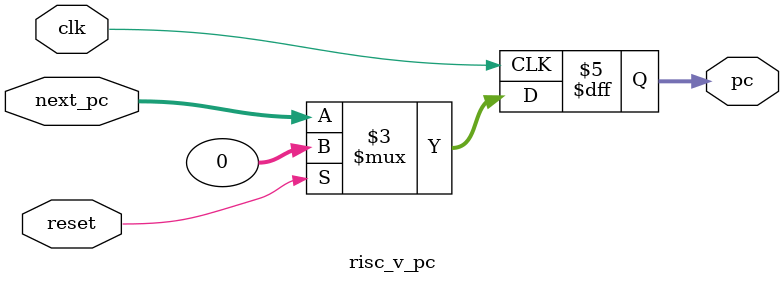
<source format=v>
`timescale 1ns/1ns

module risc_v_pc #(
    parameter ADDR_WIDTH = 32
) (
    input wire clk,
    input wire reset,                   
    input wire [ADDR_WIDTH-1:0] next_pc,
    output reg [ADDR_WIDTH-1:0] pc      
);

    always @(posedge clk) begin
        if (reset)
            pc <= {ADDR_WIDTH{1'b0}};   
        else
            pc <= next_pc;             
    end

endmodule

</source>
